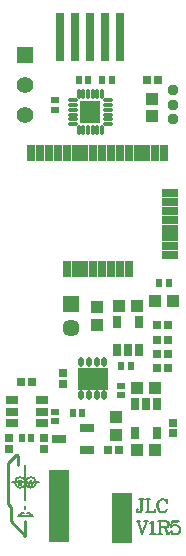
<source format=gts>
G04*
G04 #@! TF.GenerationSoftware,Altium Limited,Altium Designer,21.0.9 (235)*
G04*
G04 Layer_Color=8388736*
%FSLAX24Y24*%
%MOIN*%
G70*
G04*
G04 #@! TF.SameCoordinates,2108956C-AFA9-499C-9B58-46B140F6933B*
G04*
G04*
G04 #@! TF.FilePolarity,Negative*
G04*
G01*
G75*
%ADD14C,0.0080*%
%ADD15C,0.0100*%
%ADD37C,0.0060*%
%ADD38R,0.0316X0.1615*%
%ADD39O,0.0316X0.0159*%
%ADD40O,0.0159X0.0316*%
%ADD41R,0.0686X0.0749*%
%ADD42R,0.0671X0.2442*%
%ADD43R,0.0671X0.1655*%
%ADD44C,0.0375*%
%ADD45R,0.0297X0.0297*%
%ADD46R,0.0395X0.0395*%
%ADD47R,0.0297X0.0297*%
%ADD48R,0.0395X0.0395*%
%ADD49R,0.0297X0.0415*%
%ADD50R,0.0237X0.0277*%
%ADD51R,0.1025X0.0730*%
%ADD52O,0.0198X0.0316*%
%ADD53R,0.0395X0.0297*%
%ADD54R,0.0277X0.0237*%
%ADD55R,0.0277X0.0552*%
%ADD56R,0.0552X0.0277*%
%ADD57R,0.0474X0.0316*%
%ADD58C,0.0552*%
%ADD59R,0.0552X0.0552*%
%ADD60R,0.0572X0.0572*%
%ADD61C,0.0572*%
%ADD62C,0.0237*%
D14*
X1708Y1419D02*
Y1055D01*
X1687Y991D01*
X1644Y969D01*
X1601D01*
X1558Y991D01*
X1537Y1034D01*
Y1076D01*
X1558Y1098D01*
X1580Y1076D01*
X1558Y1055D01*
X1687Y1419D02*
Y1055D01*
X1665Y991D01*
X1644Y969D01*
X1622Y1419D02*
X1772D01*
X1909D02*
Y969D01*
X1931Y1419D02*
Y969D01*
X1845Y1419D02*
X1995D01*
X1845Y969D02*
X2167D01*
Y1098D01*
X2145Y969D01*
X2531Y1355D02*
X2552Y1291D01*
Y1419D01*
X2531Y1355D01*
X2488Y1398D01*
X2424Y1419D01*
X2381D01*
X2317Y1398D01*
X2274Y1355D01*
X2252Y1312D01*
X2231Y1248D01*
Y1141D01*
X2252Y1076D01*
X2274Y1034D01*
X2317Y991D01*
X2381Y969D01*
X2424D01*
X2488Y991D01*
X2531Y1034D01*
X2552Y1076D01*
X2381Y1419D02*
X2338Y1398D01*
X2295Y1355D01*
X2274Y1312D01*
X2252Y1248D01*
Y1141D01*
X2274Y1076D01*
X2295Y1034D01*
X2338Y991D01*
X2381Y969D01*
X1580Y687D02*
X1730Y237D01*
X1601Y687D02*
X1730Y302D01*
X1879Y687D02*
X1730Y237D01*
X1537Y687D02*
X1665D01*
X1794D02*
X1922D01*
X1980Y602D02*
X2023Y623D01*
X2087Y687D01*
Y237D01*
X2066Y666D02*
Y237D01*
X1980D02*
X2173D01*
X2314Y687D02*
Y237D01*
X2336Y687D02*
Y237D01*
X2250Y687D02*
X2507D01*
X2571Y666D01*
X2593Y645D01*
X2614Y602D01*
Y559D01*
X2593Y516D01*
X2571Y495D01*
X2507Y473D01*
X2336D01*
X2507Y687D02*
X2550Y666D01*
X2571Y645D01*
X2593Y602D01*
Y559D01*
X2571Y516D01*
X2550Y495D01*
X2507Y473D01*
X2250Y237D02*
X2400D01*
X2443Y473D02*
X2486Y452D01*
X2507Y430D01*
X2571Y280D01*
X2593Y259D01*
X2614D01*
X2636Y280D01*
X2486Y452D02*
X2507Y409D01*
X2550Y259D01*
X2571Y237D01*
X2614D01*
X2636Y280D01*
Y302D01*
X2736Y687D02*
X2694Y473D01*
X2736Y516D01*
X2801Y537D01*
X2865D01*
X2929Y516D01*
X2972Y473D01*
X2994Y409D01*
Y366D01*
X2972Y302D01*
X2929Y259D01*
X2865Y237D01*
X2801D01*
X2736Y259D01*
X2715Y280D01*
X2694Y323D01*
Y345D01*
X2715Y366D01*
X2736Y345D01*
X2715Y323D01*
X2865Y537D02*
X2908Y516D01*
X2951Y473D01*
X2972Y409D01*
Y366D01*
X2951Y302D01*
X2908Y259D01*
X2865Y237D01*
X2736Y687D02*
X2951D01*
X2736Y666D02*
X2844D01*
X2951Y687D01*
D15*
X-2402Y2559D02*
Y2854D01*
X-2441Y2894D02*
X-2402Y2854D01*
X-2480Y2894D02*
X-2441D01*
X-2756Y1260D02*
X-2638Y1142D01*
X-2756Y1260D02*
Y2618D01*
X-2165Y197D02*
Y669D01*
X-2756Y2618D02*
X-2480Y2894D01*
X-2638Y669D02*
Y1142D01*
X-2638Y669D02*
X-2165Y197D01*
D37*
X-1811Y1970D02*
G03*
X-1811Y1970I-177J0D01*
G01*
X-2165D02*
G03*
X-2165Y1970I-177J0D01*
G01*
X-2106Y965D02*
X-2047D01*
X-2283D02*
X-2224D01*
X-2165Y1378D02*
Y2559D01*
X-2298Y1969D02*
X-2165D01*
X-2165Y1083D02*
Y1201D01*
X-2165Y1969D02*
X-2077D01*
X-2047Y965D02*
X-1929Y846D01*
X-2608Y1969D02*
X-2387D01*
X-2402Y846D02*
X-2283Y965D01*
X-2077Y1969D02*
X-2032Y1880D01*
X-1988Y2057D01*
X-1944Y1880D01*
X-1900Y1969D01*
X-2402Y846D02*
X-1929D01*
X-2387Y1880D02*
Y2057D01*
X-2298Y1880D02*
Y2057D01*
X-1900Y1969D02*
X-1722D01*
D38*
X500Y16811D02*
D03*
X1000D02*
D03*
X-1000D02*
D03*
X-500D02*
D03*
X0D02*
D03*
D39*
X591Y13917D02*
D03*
Y14075D02*
D03*
Y14232D02*
D03*
Y14390D02*
D03*
Y14547D02*
D03*
Y14705D02*
D03*
X-591D02*
D03*
Y14547D02*
D03*
Y14390D02*
D03*
Y14232D02*
D03*
Y14075D02*
D03*
Y13917D02*
D03*
D40*
X394Y14902D02*
D03*
X236D02*
D03*
X79D02*
D03*
X-79D02*
D03*
X-236D02*
D03*
X-394D02*
D03*
Y13720D02*
D03*
X-236D02*
D03*
X-79D02*
D03*
X79D02*
D03*
X236D02*
D03*
X394D02*
D03*
D41*
X0Y14311D02*
D03*
D42*
X-1043Y1181D02*
D03*
D43*
X1043Y787D02*
D03*
D44*
X2756Y14075D02*
D03*
Y14567D02*
D03*
Y15059D02*
D03*
D45*
X2244Y15394D02*
D03*
X1890D02*
D03*
X2579Y5787D02*
D03*
X2224D02*
D03*
X2224Y6260D02*
D03*
X2579D02*
D03*
X2579Y7205D02*
D03*
X2224D02*
D03*
X-1949Y5315D02*
D03*
X-2303D02*
D03*
X591Y3051D02*
D03*
X945D02*
D03*
X2224Y6732D02*
D03*
X2579D02*
D03*
D46*
X2067Y14173D02*
D03*
Y14764D02*
D03*
X965Y7835D02*
D03*
X1555D02*
D03*
Y5118D02*
D03*
X2146D02*
D03*
X1555Y3051D02*
D03*
X2146D02*
D03*
X2165Y8012D02*
D03*
X2756D02*
D03*
D47*
X-1535Y3445D02*
D03*
Y3091D02*
D03*
X2756Y3967D02*
D03*
Y3612D02*
D03*
X-906Y5256D02*
D03*
Y5610D02*
D03*
X-2717Y3445D02*
D03*
Y3091D02*
D03*
D48*
X866Y4154D02*
D03*
Y3563D02*
D03*
X236Y7815D02*
D03*
Y7224D02*
D03*
D49*
X886Y6368D02*
D03*
X1260D02*
D03*
X1634D02*
D03*
Y7333D02*
D03*
X886D02*
D03*
X2224Y4577D02*
D03*
X1850D02*
D03*
X1476D02*
D03*
Y3612D02*
D03*
X2224D02*
D03*
D50*
X1024Y5866D02*
D03*
X1339D02*
D03*
X-591Y4291D02*
D03*
X-276D02*
D03*
X-2283Y3445D02*
D03*
X-1969D02*
D03*
X394Y15394D02*
D03*
X709D02*
D03*
X-79D02*
D03*
X-394D02*
D03*
X2618Y8602D02*
D03*
X2303D02*
D03*
D51*
X79Y5433D02*
D03*
D52*
X463Y4882D02*
D03*
X207D02*
D03*
X-49D02*
D03*
X-305D02*
D03*
Y5984D02*
D03*
X-49D02*
D03*
X207D02*
D03*
X463D02*
D03*
D53*
X-2628Y4705D02*
D03*
Y4331D02*
D03*
Y3957D02*
D03*
X-1624D02*
D03*
Y4331D02*
D03*
Y4705D02*
D03*
D54*
X-1181Y4016D02*
D03*
Y4331D02*
D03*
X1024Y5197D02*
D03*
Y4882D02*
D03*
X-1181Y14705D02*
D03*
Y14390D02*
D03*
D55*
X-787Y9094D02*
D03*
X1280D02*
D03*
X689D02*
D03*
X984D02*
D03*
X-492D02*
D03*
X98D02*
D03*
X-197D02*
D03*
X394D02*
D03*
X-1083Y12953D02*
D03*
X-1673D02*
D03*
X-1378D02*
D03*
X-1968D02*
D03*
X394D02*
D03*
X-197D02*
D03*
X98D02*
D03*
X-787D02*
D03*
X-492D02*
D03*
X984D02*
D03*
X689D02*
D03*
X1575D02*
D03*
X1280D02*
D03*
X1870D02*
D03*
X2165D02*
D03*
X2461D02*
D03*
D56*
X2638Y11614D02*
D03*
Y11319D02*
D03*
Y9547D02*
D03*
Y9843D02*
D03*
Y10138D02*
D03*
Y10433D02*
D03*
Y10728D02*
D03*
Y11024D02*
D03*
D57*
X-98Y3051D02*
D03*
Y3799D02*
D03*
X-1043Y3425D02*
D03*
D58*
X-2165Y14232D02*
D03*
Y15232D02*
D03*
D59*
Y16232D02*
D03*
D60*
X-630Y7913D02*
D03*
D61*
Y7126D02*
D03*
D62*
X157Y14114D02*
D03*
X-157Y14508D02*
D03*
X157D02*
D03*
X-157Y14114D02*
D03*
X0Y14311D02*
D03*
M02*

</source>
